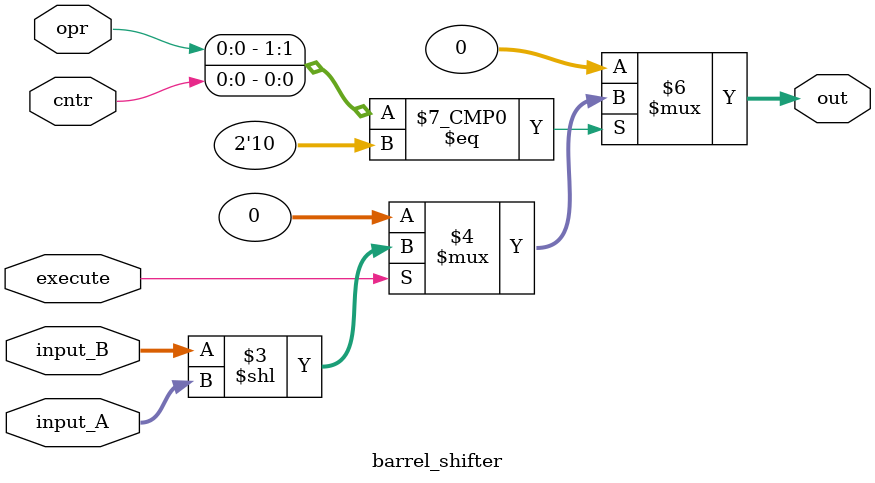
<source format=sv>
/*Barrel Shifter - based on the cntr,opr bits input_B is shifted by input_A
	times. 
*/
module barrel_shifter(input_A,input_B,execute,cntr,opr,out);

	input [4:0] input_A; // 5bits 2**5 = 32 combinations all 32bit of input can be shifted
	input [31:0]input_B;
	input execute;
	input cntr;
	input opr;
	output reg [31:0]out;

	always@(*)begin
		//alu[2],alu[3]
		case({opr,cntr})
			//left, logical
			2'b10: out = (execute==1)? (input_B << input_A):32'h0;

			//default
			default: out = 32'b0;
		endcase
	end
	
endmodule

</source>
